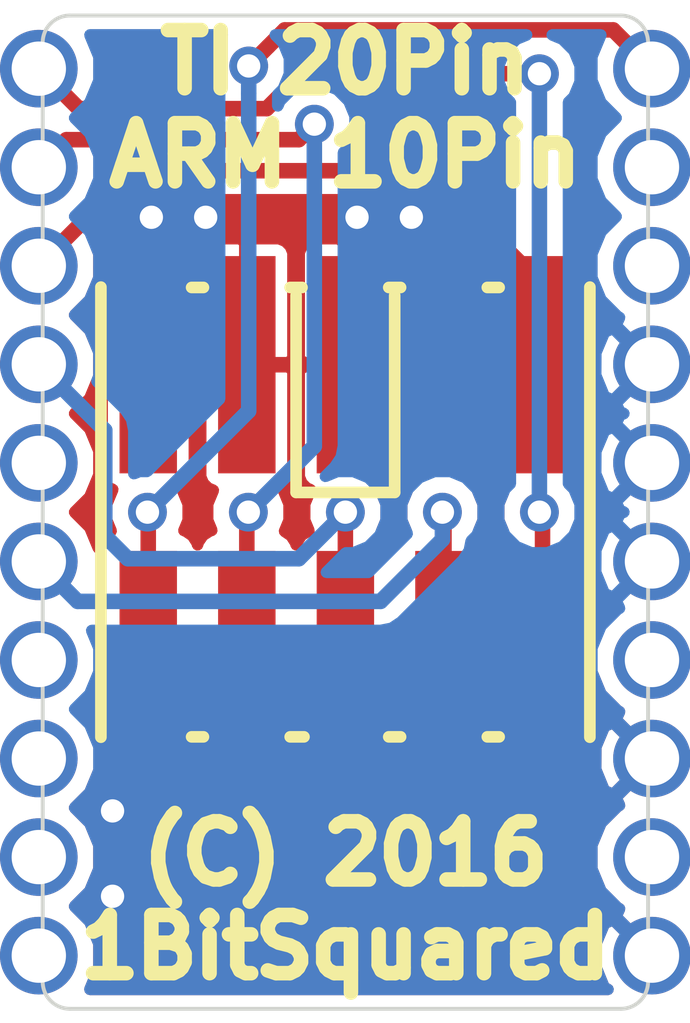
<source format=kicad_pcb>
(kicad_pcb (version 4) (host pcbnew 4.0.2+e4-6225~38~ubuntu14.04.1-stable)

  (general
    (links 20)
    (no_connects 5)
    (area 146.074999 93.574999 153.925001 106.425001)
    (thickness 1.6)
    (drawings 11)
    (tracks 52)
    (zones 0)
    (modules 8)
    (nets 17)
  )

  (page A4)
  (layers
    (0 F.Cu signal)
    (31 B.Cu signal)
    (32 B.Adhes user)
    (33 F.Adhes user)
    (34 B.Paste user)
    (35 F.Paste user)
    (36 B.SilkS user)
    (37 F.SilkS user)
    (38 B.Mask user)
    (39 F.Mask user)
    (40 Dwgs.User user)
    (41 Cmts.User user)
    (42 Eco1.User user)
    (43 Eco2.User user)
    (44 Edge.Cuts user)
    (45 Margin user)
    (46 B.CrtYd user)
    (47 F.CrtYd user)
    (48 B.Fab user)
    (49 F.Fab user)
  )

  (setup
    (last_trace_width 0.2)
    (trace_clearance 0.2)
    (zone_clearance 0.15)
    (zone_45_only no)
    (trace_min 0.2)
    (segment_width 0.05)
    (edge_width 0.05)
    (via_size 0.5)
    (via_drill 0.3)
    (via_min_size 0.5)
    (via_min_drill 0.3)
    (uvia_size 0.3)
    (uvia_drill 0.1)
    (uvias_allowed no)
    (uvia_min_size 0.2)
    (uvia_min_drill 0.1)
    (pcb_text_width 0.3)
    (pcb_text_size 1.5 1.5)
    (mod_edge_width 0.15)
    (mod_text_size 1 1)
    (mod_text_width 0.15)
    (pad_size 0.5 0.5)
    (pad_drill 0.3)
    (pad_to_mask_clearance 0.05)
    (aux_axis_origin 0 0)
    (visible_elements FFFFFF7F)
    (pcbplotparams
      (layerselection 0x01030_80000001)
      (usegerberextensions true)
      (excludeedgelayer true)
      (linewidth 0.100000)
      (plotframeref false)
      (viasonmask false)
      (mode 1)
      (useauxorigin false)
      (hpglpennumber 1)
      (hpglpenspeed 20)
      (hpglpendiameter 15)
      (hpglpenoverlay 2)
      (psnegative false)
      (psa4output false)
      (plotreference true)
      (plotvalue true)
      (plotinvisibletext false)
      (padsonsilk false)
      (subtractmaskfromsilk false)
      (outputformat 1)
      (mirror false)
      (drillshape 0)
      (scaleselection 1)
      (outputdirectory gerber))
  )

  (net 0 "")
  (net 1 /TMS)
  (net 2 /TDI)
  (net 3 /VREF)
  (net 4 /TDO)
  (net 5 GND)
  (net 6 /TCK)
  (net 7 /~RST)
  (net 8 /~TRST)
  (net 9 /EMU1)
  (net 10 /EMU3)
  (net 11 /TDIS/GND)
  (net 12 /KEY)
  (net 13 /RTCK)
  (net 14 /EMU0)
  (net 15 /EMU2)
  (net 16 /EMU4)

  (net_class Default "This is the default net class."
    (clearance 0.2)
    (trace_width 0.2)
    (via_dia 0.5)
    (via_drill 0.3)
    (uvia_dia 0.3)
    (uvia_drill 0.1)
    (add_net /EMU0)
    (add_net /EMU1)
    (add_net /EMU2)
    (add_net /EMU3)
    (add_net /EMU4)
    (add_net /KEY)
    (add_net /RTCK)
    (add_net /TCK)
    (add_net /TDI)
    (add_net /TDIS/GND)
    (add_net /TDO)
    (add_net /TMS)
    (add_net /VREF)
    (add_net /~RST)
    (add_net /~TRST)
    (add_net GND)
  )

  (module pkl_misc:via0305 (layer F.Cu) (tedit 5785F9EE) (tstamp 57860063)
    (at 147 104.95)
    (fp_text reference REF** (at 0 0.35) (layer F.SilkS) hide
      (effects (font (size 0.127 0.127) (thickness 0.03175)))
    )
    (fp_text value via0305 (at 0 -0.35) (layer F.Fab) hide
      (effects (font (size 0.127 0.127) (thickness 0.03175)))
    )
    (pad 1 thru_hole circle (at 0 0) (size 0.5 0.5) (drill 0.3) (layers *.Cu)
      (net 5 GND) (zone_connect 2))
  )

  (module pkl_misc:via0305 (layer F.Cu) (tedit 5785F9EE) (tstamp 5786005F)
    (at 147 103.85)
    (fp_text reference REF** (at 0 0.35) (layer F.SilkS) hide
      (effects (font (size 0.127 0.127) (thickness 0.03175)))
    )
    (fp_text value via0305 (at 0 -0.35) (layer F.Fab) hide
      (effects (font (size 0.127 0.127) (thickness 0.03175)))
    )
    (pad 1 thru_hole circle (at 0 0) (size 0.5 0.5) (drill 0.3) (layers *.Cu)
      (net 5 GND) (zone_connect 2))
  )

  (module pkl_misc:via0305 (layer F.Cu) (tedit 5785F9EE) (tstamp 57860036)
    (at 147.5 96.2)
    (fp_text reference REF** (at 0 0.35) (layer F.SilkS) hide
      (effects (font (size 0.127 0.127) (thickness 0.03175)))
    )
    (fp_text value via0305 (at 0 -0.35) (layer F.Fab) hide
      (effects (font (size 0.127 0.127) (thickness 0.03175)))
    )
    (pad 1 thru_hole circle (at 0 0) (size 0.5 0.5) (drill 0.3) (layers *.Cu)
      (net 5 GND) (zone_connect 2))
  )

  (module pkl_misc:via0305 (layer F.Cu) (tedit 5785F9EE) (tstamp 57860032)
    (at 148.2 96.2)
    (fp_text reference REF** (at 0 0.35) (layer F.SilkS) hide
      (effects (font (size 0.127 0.127) (thickness 0.03175)))
    )
    (fp_text value via0305 (at 0 -0.35) (layer F.Fab) hide
      (effects (font (size 0.127 0.127) (thickness 0.03175)))
    )
    (pad 1 thru_hole circle (at 0 0) (size 0.5 0.5) (drill 0.3) (layers *.Cu)
      (net 5 GND) (zone_connect 2))
  )

  (module pkl_misc:via0305 (layer F.Cu) (tedit 5785F9EE) (tstamp 5786002E)
    (at 150.15 96.2)
    (fp_text reference REF** (at 0 0.35) (layer F.SilkS) hide
      (effects (font (size 0.127 0.127) (thickness 0.03175)))
    )
    (fp_text value via0305 (at 0 -0.35) (layer F.Fab) hide
      (effects (font (size 0.127 0.127) (thickness 0.03175)))
    )
    (pad 1 thru_hole circle (at 0 0) (size 0.5 0.5) (drill 0.3) (layers *.Cu)
      (net 5 GND) (zone_connect 2))
  )

  (module pkl_misc:ti_20pin_50mil_jtag_smd (layer F.Cu) (tedit 5785EE9C) (tstamp 5785EA96)
    (at 150 100)
    (path /57858C7E)
    (fp_text reference P1 (at 0 7.5) (layer F.Fab) hide
      (effects (font (size 1 1) (thickness 0.15)))
    )
    (fp_text value CONN_02X10 (at 0 -7.5) (layer F.Fab) hide
      (effects (font (size 1 1) (thickness 0.15)))
    )
    (fp_line (start -3.95 6.35) (end -3.95 -6.35) (layer F.Fab) (width 0.1))
    (fp_line (start 3.95 -6.35) (end 3.95 6.35) (layer F.Fab) (width 0.1))
    (fp_line (start 4.05 6.35) (end -4.05 6.35) (layer F.Fab) (width 0.2))
    (fp_line (start -4.05 -6.35) (end 4.05 -6.35) (layer F.Fab) (width 0.2))
    (fp_line (start 4.05 6.35) (end 4.05 -6.35) (layer F.Fab) (width 0.2))
    (fp_line (start -4.05 -6.35) (end -4.05 6.35) (layer F.Fab) (width 0.2))
    (fp_line (start -1.25 6.35) (end -1.25 -6.35) (layer F.Fab) (width 0.2))
    (fp_line (start 1.25 -6.35) (end 1.25 6.35) (layer F.Fab) (width 0.2))
    (pad 1 thru_hole circle (at -3.95 -5.715) (size 1 1) (drill 0.7) (layers *.Cu *.Mask)
      (net 1 /TMS))
    (pad 2 thru_hole circle (at 3.95 -5.715) (size 1 1) (drill 0.7) (layers *.Cu *.Mask)
      (net 8 /~TRST))
    (pad 3 thru_hole circle (at -3.95 -4.445) (size 1 1) (drill 0.7) (layers *.Cu *.Mask)
      (net 2 /TDI))
    (pad 4 thru_hole circle (at 3.95 -4.445) (size 1 1) (drill 0.7) (layers *.Cu *.Mask)
      (net 11 /TDIS/GND))
    (pad 5 thru_hole circle (at -3.95 -3.175) (size 1 1) (drill 0.7) (layers *.Cu *.Mask)
      (net 3 /VREF))
    (pad 6 thru_hole circle (at 3.95 -3.175) (size 1 1) (drill 0.7) (layers *.Cu *.Mask)
      (net 12 /KEY))
    (pad 7 thru_hole circle (at -3.95 -1.905) (size 1 1) (drill 0.7) (layers *.Cu *.Mask)
      (net 4 /TDO))
    (pad 8 thru_hole circle (at 3.95 -1.905) (size 1 1) (drill 0.7) (layers *.Cu *.Mask)
      (net 5 GND))
    (pad 9 thru_hole circle (at -3.95 -0.635) (size 1 1) (drill 0.7) (layers *.Cu *.Mask)
      (net 13 /RTCK))
    (pad 10 thru_hole circle (at 3.95 -0.635) (size 1 1) (drill 0.7) (layers *.Cu *.Mask)
      (net 5 GND))
    (pad 11 thru_hole circle (at -3.95 0.635) (size 1 1) (drill 0.7) (layers *.Cu *.Mask)
      (net 6 /TCK))
    (pad 12 thru_hole circle (at 3.95 0.635) (size 1 1) (drill 0.7) (layers *.Cu *.Mask)
      (net 5 GND))
    (pad 13 thru_hole circle (at -3.95 1.905) (size 1 1) (drill 0.7) (layers *.Cu *.Mask)
      (net 14 /EMU0))
    (pad 14 thru_hole circle (at 3.95 1.905) (size 1 1) (drill 0.7) (layers *.Cu *.Mask)
      (net 9 /EMU1))
    (pad 15 thru_hole circle (at -3.95 3.175) (size 1 1) (drill 0.7) (layers *.Cu *.Mask)
      (net 7 /~RST))
    (pad 16 thru_hole circle (at 3.95 3.175) (size 1 1) (drill 0.7) (layers *.Cu *.Mask)
      (net 5 GND))
    (pad 17 thru_hole circle (at -3.95 4.445) (size 1 1) (drill 0.7) (layers *.Cu *.Mask)
      (net 15 /EMU2))
    (pad 18 thru_hole circle (at 3.95 4.445) (size 1 1) (drill 0.7) (layers *.Cu *.Mask)
      (net 10 /EMU3))
    (pad 19 thru_hole circle (at -3.95 5.715) (size 1 1) (drill 0.7) (layers *.Cu *.Mask)
      (net 16 /EMU4))
    (pad 20 thru_hole circle (at 3.95 5.715) (size 1 1) (drill 0.7) (layers *.Cu *.Mask)
      (net 5 GND))
  )

  (module pkl_samtec:FTSH-105-XX-X-DV (layer F.Cu) (tedit 5785EE99) (tstamp 5785EAB5)
    (at 150 100)
    (path /5785F757)
    (fp_text reference X1 (at -4.1 0 90) (layer F.Fab) hide
      (effects (font (size 1 1) (thickness 0.15)))
    )
    (fp_text value JTAG-10 (at 4.2 0 90) (layer F.Fab) hide
      (effects (font (size 1 1) (thickness 0.15)))
    )
    (fp_line (start -3.3 -3.05) (end 3.3 -3.05) (layer F.CrtYd) (width 0.05))
    (fp_line (start -3.3 3.05) (end -3.3 -3.05) (layer F.CrtYd) (width 0.05))
    (fp_line (start 3.3 3.05) (end -3.3 3.05) (layer F.CrtYd) (width 0.05))
    (fp_line (start 3.3 -3.05) (end 3.3 3.05) (layer F.CrtYd) (width 0.05))
    (fp_line (start -0.635 -0.254) (end -0.635 -2.794) (layer F.SilkS) (width 0.15))
    (fp_line (start 0.635 -0.254) (end -0.635 -0.254) (layer F.SilkS) (width 0.15))
    (fp_line (start 0.635 -2.794) (end 0.635 -0.254) (layer F.SilkS) (width 0.15))
    (fp_line (start 1.8288 2.8956) (end 1.9812 2.8956) (layer F.SilkS) (width 0.15))
    (fp_line (start 0.5588 2.8956) (end 0.7112 2.8956) (layer F.SilkS) (width 0.15))
    (fp_line (start -0.7112 2.8956) (end -0.5334 2.8956) (layer F.SilkS) (width 0.15))
    (fp_line (start -1.9812 2.8956) (end -1.8288 2.8956) (layer F.SilkS) (width 0.15))
    (fp_line (start -1.8288 -2.8956) (end -1.9812 -2.8956) (layer F.SilkS) (width 0.15))
    (fp_line (start -0.5588 -2.8956) (end -0.7112 -2.8956) (layer F.SilkS) (width 0.15))
    (fp_line (start 0.7112 -2.8956) (end 0.5588 -2.8956) (layer F.SilkS) (width 0.15))
    (fp_line (start 1.9812 -2.8956) (end 1.8288 -2.8956) (layer F.SilkS) (width 0.15))
    (fp_line (start 3.15 2.9) (end 3.15 -2.9) (layer F.SilkS) (width 0.15))
    (fp_line (start -3.15 2.9) (end -3.15 -2.9) (layer F.SilkS) (width 0.15))
    (pad 1 smd rect (at 2.54 -1.9 180) (size 0.74 2.8) (layers F.Cu F.Paste F.Mask)
      (net 3 /VREF))
    (pad 2 smd rect (at 2.54 1.9 180) (size 0.74 2.8) (layers F.Cu F.Paste F.Mask)
      (net 1 /TMS))
    (pad 3 smd rect (at 1.27 -1.9 180) (size 0.74 2.8) (layers F.Cu F.Paste F.Mask)
      (net 5 GND))
    (pad 4 smd rect (at 1.27 1.9 180) (size 0.74 2.8) (layers F.Cu F.Paste F.Mask)
      (net 6 /TCK))
    (pad 5 smd rect (at 0 -1.9 180) (size 0.74 2.8) (layers F.Cu F.Paste F.Mask)
      (net 5 GND))
    (pad 6 smd rect (at 0 1.9 180) (size 0.74 2.8) (layers F.Cu F.Paste F.Mask)
      (net 4 /TDO))
    (pad 7 smd rect (at -1.27 -1.9 180) (size 0.74 2.8) (layers F.Cu F.Paste F.Mask)
      (net 5 GND))
    (pad 8 smd rect (at -1.27 1.9 180) (size 0.74 2.8) (layers F.Cu F.Paste F.Mask)
      (net 2 /TDI))
    (pad 9 smd rect (at -2.54 -1.9 180) (size 0.74 2.8) (layers F.Cu F.Paste F.Mask)
      (net 5 GND))
    (pad 10 smd rect (at -2.54 1.9 180) (size 0.74 2.8) (layers F.Cu F.Paste F.Mask)
      (net 8 /~TRST))
    (model walter/conn_ftsh/FTSH-105-01-L-DV.wrl
      (at (xyz 0 0 0))
      (scale (xyz 1 1 1))
      (rotate (xyz 0 0 0))
    )
  )

  (module pkl_misc:via0305 (layer F.Cu) (tedit 5785F9EE) (tstamp 57860018)
    (at 150.85 96.2)
    (fp_text reference REF** (at 0 0.35) (layer F.SilkS) hide
      (effects (font (size 0.127 0.127) (thickness 0.03175)))
    )
    (fp_text value via0305 (at 0 -0.35) (layer F.Fab) hide
      (effects (font (size 0.127 0.127) (thickness 0.03175)))
    )
    (pad 1 thru_hole circle (at 0 0) (size 0.5 0.5) (drill 0.3) (layers *.Cu)
      (net 5 GND) (zone_connect 2))
  )

  (gr_text "(C) 2016\n1BitSquared" (at 150 105) (layer F.SilkS) (tstamp 5785FE3B)
    (effects (font (size 0.75 0.75) (thickness 0.1875)))
  )
  (gr_text "ARM 10Pin" (at 150 95.4) (layer F.SilkS) (tstamp 5785FE33)
    (effects (font (size 0.75 0.75) (thickness 0.1875)))
  )
  (gr_text "TI 20Pin" (at 150 94.2) (layer F.SilkS)
    (effects (font (size 0.75 0.75) (thickness 0.1875)))
  )
  (gr_line (start 146.45 106.4) (end 153.55 106.4) (layer Edge.Cuts) (width 0.05))
  (gr_line (start 146.45 93.6) (end 153.55 93.6) (layer Edge.Cuts) (width 0.05))
  (gr_arc (start 153.55 93.95) (end 153.55 93.6) (angle 90) (layer Edge.Cuts) (width 0.05))
  (gr_arc (start 146.45 93.95) (end 146.1 93.95) (angle 90) (layer Edge.Cuts) (width 0.05))
  (gr_arc (start 153.55 106.05) (end 153.9 106.05) (angle 90) (layer Edge.Cuts) (width 0.05))
  (gr_line (start 153.9 106.05) (end 153.9 93.95) (layer Edge.Cuts) (width 0.05))
  (gr_arc (start 146.45 106.05) (end 146.45 106.4) (angle 90) (layer Edge.Cuts) (width 0.05))
  (gr_line (start 146.1 93.95) (end 146.1 106.05) (layer Edge.Cuts) (width 0.05))

  (segment (start 146.05 94.285) (end 146.564978 94.799978) (width 0.2) (layer F.Cu) (net 1))
  (segment (start 152.146445 94.35) (end 152.499998 94.35) (width 0.2) (layer F.Cu) (net 1))
  (segment (start 146.564978 94.799978) (end 148.986018 94.799978) (width 0.2) (layer F.Cu) (net 1))
  (segment (start 149.435996 94.35) (end 152.146445 94.35) (width 0.2) (layer F.Cu) (net 1))
  (segment (start 148.986018 94.799978) (end 149.435996 94.35) (width 0.2) (layer F.Cu) (net 1))
  (segment (start 152.5 94.350002) (end 152.499998 94.35) (width 0.2) (layer B.Cu) (net 1))
  (segment (start 152.5 100) (end 152.5 94.350002) (width 0.2) (layer B.Cu) (net 1))
  (via (at 152.499998 94.35) (size 0.5) (drill 0.3) (layers F.Cu B.Cu) (net 1))
  (segment (start 152.54 101.9) (end 152.54 100.04) (width 0.2) (layer F.Cu) (net 1))
  (segment (start 152.54 100.04) (end 152.5 100) (width 0.2) (layer F.Cu) (net 1))
  (via (at 152.5 100) (size 0.5) (drill 0.3) (layers F.Cu B.Cu) (net 1))
  (segment (start 146.405011 95.199989) (end 149.400011 95.199989) (width 0.2) (layer F.Cu) (net 2))
  (segment (start 149.400011 95.199989) (end 149.6 95) (width 0.2) (layer F.Cu) (net 2))
  (segment (start 146.05 95.555) (end 146.405011 95.199989) (width 0.2) (layer F.Cu) (net 2))
  (segment (start 149.6 99.15) (end 149.6 95.353553) (width 0.2) (layer B.Cu) (net 2))
  (segment (start 148.75 100) (end 149.6 99.15) (width 0.2) (layer B.Cu) (net 2))
  (segment (start 149.6 95.353553) (end 149.6 95) (width 0.2) (layer B.Cu) (net 2))
  (via (at 149.6 95) (size 0.5) (drill 0.3) (layers F.Cu B.Cu) (net 2))
  (segment (start 148.73 101.9) (end 148.73 100.02) (width 0.2) (layer F.Cu) (net 2))
  (segment (start 148.73 100.02) (end 148.75 100) (width 0.2) (layer F.Cu) (net 2))
  (via (at 148.75 100) (size 0.5) (drill 0.3) (layers F.Cu B.Cu) (net 2))
  (segment (start 152.54 98.1) (end 152.54 97.075998) (width 0.2) (layer F.Cu) (net 3))
  (segment (start 152.54 97.075998) (end 151.064002 95.6) (width 0.2) (layer F.Cu) (net 3))
  (segment (start 147.275 95.6) (end 146.05 96.825) (width 0.2) (layer F.Cu) (net 3))
  (segment (start 151.064002 95.6) (end 147.275 95.6) (width 0.2) (layer F.Cu) (net 3))
  (segment (start 146.05 98.095) (end 146.9 98.945) (width 0.2) (layer B.Cu) (net 4))
  (segment (start 146.9 98.945) (end 146.9 100.303553) (width 0.2) (layer B.Cu) (net 4))
  (segment (start 146.9 100.303553) (end 147.196447 100.6) (width 0.2) (layer B.Cu) (net 4))
  (segment (start 147.196447 100.6) (end 149.4 100.6) (width 0.2) (layer B.Cu) (net 4))
  (segment (start 149.4 100.6) (end 149.750001 100.249999) (width 0.2) (layer B.Cu) (net 4))
  (segment (start 149.750001 100.249999) (end 150 100) (width 0.2) (layer B.Cu) (net 4))
  (segment (start 150 101.9) (end 150 100) (width 0.2) (layer F.Cu) (net 4))
  (via (at 150 100) (size 0.5) (drill 0.3) (layers F.Cu B.Cu) (net 4))
  (segment (start 151.25 100) (end 151.25 100.353553) (width 0.2) (layer B.Cu) (net 6))
  (segment (start 151.25 100.353553) (end 150.453553 101.15) (width 0.2) (layer B.Cu) (net 6))
  (segment (start 150.453553 101.15) (end 146.55 101.15) (width 0.2) (layer B.Cu) (net 6))
  (segment (start 146.55 101.15) (end 146.05 100.65) (width 0.2) (layer B.Cu) (net 6))
  (segment (start 146.05 100.65) (end 146.05 100.635) (width 0.2) (layer B.Cu) (net 6))
  (segment (start 151.27 101.9) (end 151.27 100.02) (width 0.2) (layer F.Cu) (net 6))
  (segment (start 151.27 100.02) (end 151.25 100) (width 0.2) (layer F.Cu) (net 6))
  (via (at 151.25 100) (size 0.5) (drill 0.3) (layers F.Cu B.Cu) (net 6))
  (segment (start 148.754075 94.603511) (end 148.754075 94.249958) (width 0.2) (layer B.Cu) (net 8))
  (segment (start 149.004074 93.999959) (end 148.754075 94.249958) (width 0.2) (layer F.Cu) (net 8))
  (segment (start 149.219032 93.785001) (end 149.004074 93.999959) (width 0.2) (layer F.Cu) (net 8))
  (segment (start 153.450001 93.785001) (end 149.219032 93.785001) (width 0.2) (layer F.Cu) (net 8))
  (segment (start 147.45002 100) (end 148.754075 98.695945) (width 0.2) (layer B.Cu) (net 8))
  (segment (start 148.754075 98.695945) (end 148.754075 94.603511) (width 0.2) (layer B.Cu) (net 8))
  (segment (start 153.95 94.285) (end 153.450001 93.785001) (width 0.2) (layer F.Cu) (net 8))
  (via (at 148.754075 94.249958) (size 0.5) (drill 0.3) (layers F.Cu B.Cu) (net 8))
  (segment (start 147.46 100.00998) (end 147.45002 100) (width 0.2) (layer F.Cu) (net 8))
  (segment (start 147.46 101.9) (end 147.46 100.00998) (width 0.2) (layer F.Cu) (net 8))
  (via (at 147.45002 100) (size 0.5) (drill 0.3) (layers F.Cu B.Cu) (net 8))

  (zone (net 5) (net_name GND) (layer F.Cu) (tstamp 0) (hatch edge 0.508)
    (connect_pads (clearance 0.15))
    (min_thickness 0.15)
    (fill yes (arc_segments 16) (thermal_gap 0.15) (thermal_bridge_width 0.2))
    (polygon
      (pts
        (xy 146.1 93.4) (xy 153.9 93.4) (xy 153.9 106.6) (xy 146.1 106.6)
      )
    )
    (filled_polygon
      (pts
        (xy 153.292604 102.343429) (xy 153.510425 102.56163) (xy 153.532304 102.570715) (xy 153.48508 102.674725) (xy 153.65 102.839645)
        (xy 153.65 102.910355) (xy 153.449725 102.71008) (xy 153.337619 102.76098) (xy 153.225795 103.026844) (xy 153.224226 103.315263)
        (xy 153.333148 103.582327) (xy 153.337619 103.58902) (xy 153.449725 103.63992) (xy 153.65 103.439645) (xy 153.65 103.510355)
        (xy 153.48508 103.675275) (xy 153.532209 103.779076) (xy 153.511571 103.787604) (xy 153.29337 104.005425) (xy 153.175135 104.290167)
        (xy 153.174866 104.598481) (xy 153.292604 104.883429) (xy 153.510425 105.10163) (xy 153.532304 105.110715) (xy 153.48508 105.214725)
        (xy 153.65 105.379645) (xy 153.65 105.450355) (xy 153.449725 105.25008) (xy 153.337619 105.30098) (xy 153.225795 105.566844)
        (xy 153.224226 105.855263) (xy 153.333148 106.122327) (xy 153.337619 106.12902) (xy 153.383827 106.15) (xy 146.70853 106.15)
        (xy 146.824865 105.869833) (xy 146.825134 105.561519) (xy 146.707396 105.276571) (xy 146.511016 105.079848) (xy 146.70663 104.884575)
        (xy 146.824865 104.599833) (xy 146.825134 104.291519) (xy 146.707396 104.006571) (xy 146.511016 103.809848) (xy 146.70663 103.614575)
        (xy 146.818232 103.345807) (xy 146.828788 103.401909) (xy 146.889016 103.495506) (xy 146.980914 103.558296) (xy 147.09 103.580387)
        (xy 147.83 103.580387) (xy 147.931909 103.561212) (xy 148.025506 103.500984) (xy 148.088296 103.409086) (xy 148.094435 103.378773)
        (xy 148.098788 103.401909) (xy 148.159016 103.495506) (xy 148.250914 103.558296) (xy 148.36 103.580387) (xy 149.1 103.580387)
        (xy 149.201909 103.561212) (xy 149.295506 103.500984) (xy 149.358296 103.409086) (xy 149.364435 103.378773) (xy 149.368788 103.401909)
        (xy 149.429016 103.495506) (xy 149.520914 103.558296) (xy 149.63 103.580387) (xy 150.37 103.580387) (xy 150.471909 103.561212)
        (xy 150.565506 103.500984) (xy 150.628296 103.409086) (xy 150.634435 103.378773) (xy 150.638788 103.401909) (xy 150.699016 103.495506)
        (xy 150.790914 103.558296) (xy 150.9 103.580387) (xy 151.64 103.580387) (xy 151.741909 103.561212) (xy 151.835506 103.500984)
        (xy 151.898296 103.409086) (xy 151.904435 103.378773) (xy 151.908788 103.401909) (xy 151.969016 103.495506) (xy 152.060914 103.558296)
        (xy 152.17 103.580387) (xy 152.91 103.580387) (xy 153.011909 103.561212) (xy 153.105506 103.500984) (xy 153.168296 103.409086)
        (xy 153.190387 103.3) (xy 153.190387 102.096045)
      )
    )
    (filled_polygon
      (pts
        (xy 151.408672 96.475) (xy 151.35125 96.475) (xy 151.295 96.53125) (xy 151.295 98.075) (xy 151.80875 98.075)
        (xy 151.865 98.01875) (xy 151.865 96.931328) (xy 151.889613 96.955941) (xy 151.889613 99.5) (xy 151.908788 99.601909)
        (xy 151.969016 99.695506) (xy 152.038314 99.742855) (xy 151.975092 99.895113) (xy 151.974909 100.103971) (xy 152.038486 100.257838)
        (xy 151.974494 100.299016) (xy 151.911704 100.390914) (xy 151.905565 100.421227) (xy 151.901212 100.398091) (xy 151.840984 100.304494)
        (xy 151.749086 100.241704) (xy 151.720501 100.235915) (xy 151.774908 100.104887) (xy 151.775091 99.896029) (xy 151.701549 99.718044)
        (xy 151.767452 99.690746) (xy 151.830746 99.627452) (xy 151.865 99.544756) (xy 151.865 98.18125) (xy 151.80875 98.125)
        (xy 151.295 98.125) (xy 151.295 98.145) (xy 151.245 98.145) (xy 151.245 98.125) (xy 150.73125 98.125)
        (xy 150.675 98.18125) (xy 150.675 99.544756) (xy 150.709254 99.627452) (xy 150.772548 99.690746) (xy 150.804463 99.703965)
        (xy 150.725092 99.895113) (xy 150.724909 100.103971) (xy 150.784285 100.247672) (xy 150.704494 100.299016) (xy 150.641704 100.390914)
        (xy 150.635565 100.421227) (xy 150.631212 100.398091) (xy 150.570984 100.304494) (xy 150.479086 100.241704) (xy 150.46895 100.239651)
        (xy 150.524908 100.104887) (xy 150.525091 99.896029) (xy 150.448626 99.71097) (xy 150.497452 99.690746) (xy 150.560746 99.627452)
        (xy 150.595 99.544756) (xy 150.595 98.18125) (xy 150.53875 98.125) (xy 150.025 98.125) (xy 150.025 98.145)
        (xy 149.975 98.145) (xy 149.975 98.125) (xy 149.46125 98.125) (xy 149.405 98.18125) (xy 149.405 99.544756)
        (xy 149.439254 99.627452) (xy 149.502548 99.690746) (xy 149.551527 99.711034) (xy 149.475092 99.895113) (xy 149.474909 100.103971)
        (xy 149.530432 100.238347) (xy 149.528091 100.238788) (xy 149.434494 100.299016) (xy 149.371704 100.390914) (xy 149.365565 100.421227)
        (xy 149.361212 100.398091) (xy 149.300984 100.304494) (xy 149.216106 100.2465) (xy 149.274908 100.104887) (xy 149.275091 99.896029)
        (xy 149.195703 99.703897) (xy 149.227452 99.690746) (xy 149.290746 99.627452) (xy 149.325 99.544756) (xy 149.325 98.18125)
        (xy 149.26875 98.125) (xy 148.755 98.125) (xy 148.755 98.145) (xy 148.705 98.145) (xy 148.705 98.125)
        (xy 148.19125 98.125) (xy 148.135 98.18125) (xy 148.135 99.544756) (xy 148.169254 99.627452) (xy 148.232548 99.690746)
        (xy 148.298592 99.718102) (xy 148.225092 99.895113) (xy 148.224909 100.103971) (xy 148.27899 100.234856) (xy 148.258091 100.238788)
        (xy 148.164494 100.299016) (xy 148.101704 100.390914) (xy 148.095565 100.421227) (xy 148.091212 100.398091) (xy 148.030984 100.304494)
        (xy 147.939086 100.241704) (xy 147.919744 100.237787) (xy 147.974928 100.104887) (xy 147.975111 99.896029) (xy 147.900105 99.7145)
        (xy 147.957452 99.690746) (xy 148.020746 99.627452) (xy 148.055 99.544756) (xy 148.055 98.18125) (xy 147.99875 98.125)
        (xy 147.485 98.125) (xy 147.485 98.145) (xy 147.435 98.145) (xy 147.435 98.125) (xy 146.92125 98.125)
        (xy 146.865 98.18125) (xy 146.865 99.544756) (xy 146.899254 99.627452) (xy 146.962548 99.690746) (xy 147.003012 99.707507)
        (xy 146.925112 99.895113) (xy 146.924929 100.103971) (xy 146.9822 100.242578) (xy 146.894494 100.299016) (xy 146.831704 100.390914)
        (xy 146.81723 100.462389) (xy 146.707396 100.196571) (xy 146.511016 99.999848) (xy 146.70663 99.804575) (xy 146.824865 99.519833)
        (xy 146.825134 99.211519) (xy 146.707396 98.926571) (xy 146.511016 98.729848) (xy 146.70663 98.534575) (xy 146.824865 98.249833)
        (xy 146.825134 97.941519) (xy 146.707396 97.656571) (xy 146.511016 97.459848) (xy 146.70663 97.264575) (xy 146.824865 96.979833)
        (xy 146.825134 96.671519) (xy 146.81841 96.655244) (xy 146.865 96.655244) (xy 146.865 98.01875) (xy 146.92125 98.075)
        (xy 147.435 98.075) (xy 147.435 96.53125) (xy 147.485 96.53125) (xy 147.485 98.075) (xy 147.99875 98.075)
        (xy 148.055 98.01875) (xy 148.055 96.655244) (xy 148.135 96.655244) (xy 148.135 98.01875) (xy 148.19125 98.075)
        (xy 148.705 98.075) (xy 148.705 96.53125) (xy 148.755 96.53125) (xy 148.755 98.075) (xy 149.26875 98.075)
        (xy 149.325 98.01875) (xy 149.325 96.655244) (xy 149.405 96.655244) (xy 149.405 98.01875) (xy 149.46125 98.075)
        (xy 149.975 98.075) (xy 149.975 96.53125) (xy 150.025 96.53125) (xy 150.025 98.075) (xy 150.53875 98.075)
        (xy 150.595 98.01875) (xy 150.595 96.655244) (xy 150.675 96.655244) (xy 150.675 98.01875) (xy 150.73125 98.075)
        (xy 151.245 98.075) (xy 151.245 96.53125) (xy 151.18875 96.475) (xy 150.855245 96.475) (xy 150.772548 96.509254)
        (xy 150.709254 96.572548) (xy 150.675 96.655244) (xy 150.595 96.655244) (xy 150.560746 96.572548) (xy 150.497452 96.509254)
        (xy 150.414755 96.475) (xy 150.08125 96.475) (xy 150.025 96.53125) (xy 149.975 96.53125) (xy 149.91875 96.475)
        (xy 149.585245 96.475) (xy 149.502548 96.509254) (xy 149.439254 96.572548) (xy 149.405 96.655244) (xy 149.325 96.655244)
        (xy 149.290746 96.572548) (xy 149.227452 96.509254) (xy 149.144755 96.475) (xy 148.81125 96.475) (xy 148.755 96.53125)
        (xy 148.705 96.53125) (xy 148.64875 96.475) (xy 148.315245 96.475) (xy 148.232548 96.509254) (xy 148.169254 96.572548)
        (xy 148.135 96.655244) (xy 148.055 96.655244) (xy 148.020746 96.572548) (xy 147.957452 96.509254) (xy 147.874755 96.475)
        (xy 147.54125 96.475) (xy 147.485 96.53125) (xy 147.435 96.53125) (xy 147.37875 96.475) (xy 147.045245 96.475)
        (xy 146.962548 96.509254) (xy 146.899254 96.572548) (xy 146.865 96.655244) (xy 146.81841 96.655244) (xy 146.798433 96.606897)
        (xy 147.43033 95.975) (xy 150.908672 95.975)
      )
    )
  )
  (zone (net 5) (net_name GND) (layer B.Cu) (tstamp 5785FE71) (hatch edge 0.508)
    (connect_pads (clearance 0.15))
    (min_thickness 0.15)
    (fill yes (arc_segments 16) (thermal_gap 0.15) (thermal_bridge_width 0.2))
    (polygon
      (pts
        (xy 146.1 93.4) (xy 153.9 93.4) (xy 153.9 106.6) (xy 146.1 106.6)
      )
    )
    (filled_polygon
      (pts
        (xy 152.202998 93.904667) (xy 152.055184 94.052223) (xy 151.97509 94.245113) (xy 151.974907 94.453971) (xy 152.054665 94.647)
        (xy 152.125 94.717458) (xy 152.125 99.632531) (xy 152.055186 99.702223) (xy 151.975092 99.895113) (xy 151.974909 100.103971)
        (xy 152.054667 100.297) (xy 152.202223 100.444814) (xy 152.395113 100.524908) (xy 152.603971 100.525091) (xy 152.797 100.445333)
        (xy 152.944814 100.297777) (xy 153.024908 100.104887) (xy 153.025091 99.896029) (xy 152.945333 99.703) (xy 152.875 99.632544)
        (xy 152.875 94.717467) (xy 152.944812 94.647777) (xy 153.024906 94.454887) (xy 153.025089 94.246029) (xy 152.945331 94.053)
        (xy 152.797775 93.905186) (xy 152.664871 93.85) (xy 153.29147 93.85) (xy 153.175135 94.130167) (xy 153.174866 94.438481)
        (xy 153.292604 94.723429) (xy 153.488984 94.920152) (xy 153.29337 95.115425) (xy 153.175135 95.400167) (xy 153.174866 95.708481)
        (xy 153.292604 95.993429) (xy 153.488984 96.190152) (xy 153.29337 96.385425) (xy 153.175135 96.670167) (xy 153.174866 96.978481)
        (xy 153.292604 97.263429) (xy 153.510425 97.48163) (xy 153.532304 97.490715) (xy 153.48508 97.594725) (xy 153.65 97.759645)
        (xy 153.65 97.830355) (xy 153.449725 97.63008) (xy 153.337619 97.68098) (xy 153.225795 97.946844) (xy 153.224226 98.235263)
        (xy 153.333148 98.502327) (xy 153.337619 98.50902) (xy 153.449725 98.55992) (xy 153.65 98.359645) (xy 153.65 98.430355)
        (xy 153.48508 98.595275) (xy 153.53598 98.707381) (xy 153.588483 98.729464) (xy 153.542673 98.748148) (xy 153.53598 98.752619)
        (xy 153.48508 98.864725) (xy 153.65 99.029645) (xy 153.65 99.100355) (xy 153.449725 98.90008) (xy 153.337619 98.95098)
        (xy 153.225795 99.216844) (xy 153.224226 99.505263) (xy 153.333148 99.772327) (xy 153.337619 99.77902) (xy 153.449725 99.82992)
        (xy 153.65 99.629645) (xy 153.65 99.700355) (xy 153.48508 99.865275) (xy 153.53598 99.977381) (xy 153.588483 99.999464)
        (xy 153.542673 100.018148) (xy 153.53598 100.022619) (xy 153.48508 100.134725) (xy 153.65 100.299645) (xy 153.65 100.370355)
        (xy 153.449725 100.17008) (xy 153.337619 100.22098) (xy 153.225795 100.486844) (xy 153.224226 100.775263) (xy 153.333148 101.042327)
        (xy 153.337619 101.04902) (xy 153.449725 101.09992) (xy 153.65 100.899645) (xy 153.65 100.970355) (xy 153.48508 101.135275)
        (xy 153.532209 101.239076) (xy 153.511571 101.247604) (xy 153.29337 101.465425) (xy 153.175135 101.750167) (xy 153.174866 102.058481)
        (xy 153.292604 102.343429) (xy 153.510425 102.56163) (xy 153.532304 102.570715) (xy 153.48508 102.674725) (xy 153.65 102.839645)
        (xy 153.65 102.910355) (xy 153.449725 102.71008) (xy 153.337619 102.76098) (xy 153.225795 103.026844) (xy 153.224226 103.315263)
        (xy 153.333148 103.582327) (xy 153.337619 103.58902) (xy 153.449725 103.63992) (xy 153.65 103.439645) (xy 153.65 103.510355)
        (xy 153.48508 103.675275) (xy 153.532209 103.779076) (xy 153.511571 103.787604) (xy 153.29337 104.005425) (xy 153.175135 104.290167)
        (xy 153.174866 104.598481) (xy 153.292604 104.883429) (xy 153.510425 105.10163) (xy 153.532304 105.110715) (xy 153.48508 105.214725)
        (xy 153.65 105.379645) (xy 153.65 105.450355) (xy 153.449725 105.25008) (xy 153.337619 105.30098) (xy 153.225795 105.566844)
        (xy 153.224226 105.855263) (xy 153.333148 106.122327) (xy 153.337619 106.12902) (xy 153.383827 106.15) (xy 146.70853 106.15)
        (xy 146.824865 105.869833) (xy 146.825134 105.561519) (xy 146.707396 105.276571) (xy 146.511016 105.079848) (xy 146.70663 104.884575)
        (xy 146.824865 104.599833) (xy 146.825134 104.291519) (xy 146.707396 104.006571) (xy 146.511016 103.809848) (xy 146.70663 103.614575)
        (xy 146.824865 103.329833) (xy 146.825134 103.021519) (xy 146.707396 102.736571) (xy 146.511016 102.539848) (xy 146.70663 102.344575)
        (xy 146.824865 102.059833) (xy 146.825134 101.751519) (xy 146.731538 101.525) (xy 150.453553 101.525) (xy 150.59706 101.496455)
        (xy 150.718718 101.415165) (xy 151.515165 100.618718) (xy 151.596455 100.49706) (xy 151.621546 100.370917) (xy 151.694814 100.297777)
        (xy 151.774908 100.104887) (xy 151.775091 99.896029) (xy 151.695333 99.703) (xy 151.547777 99.555186) (xy 151.354887 99.475092)
        (xy 151.146029 99.474909) (xy 150.953 99.554667) (xy 150.805186 99.702223) (xy 150.725092 99.895113) (xy 150.724909 100.103971)
        (xy 150.79635 100.276873) (xy 150.298223 100.775) (xy 149.75533 100.775) (xy 150.005325 100.525005) (xy 150.103971 100.525091)
        (xy 150.297 100.445333) (xy 150.444814 100.297777) (xy 150.524908 100.104887) (xy 150.525091 99.896029) (xy 150.445333 99.703)
        (xy 150.297777 99.555186) (xy 150.104887 99.475092) (xy 149.896029 99.474909) (xy 149.741621 99.538709) (xy 149.865165 99.415165)
        (xy 149.946455 99.293506) (xy 149.975 99.15) (xy 149.975 95.367469) (xy 150.044814 95.297777) (xy 150.124908 95.104887)
        (xy 150.125091 94.896029) (xy 150.045333 94.703) (xy 149.897777 94.555186) (xy 149.704887 94.475092) (xy 149.496029 94.474909)
        (xy 149.303 94.554667) (xy 149.155186 94.702223) (xy 149.129075 94.765106) (xy 149.129075 94.617427) (xy 149.198889 94.547735)
        (xy 149.278983 94.354845) (xy 149.279166 94.145987) (xy 149.199408 93.952958) (xy 149.09663 93.85) (xy 152.335302 93.85)
      )
    )
    (filled_polygon
      (pts
        (xy 148.309261 93.952181) (xy 148.229167 94.145071) (xy 148.228984 94.353929) (xy 148.308742 94.546958) (xy 148.379075 94.617414)
        (xy 148.379075 98.540615) (xy 147.444695 99.474995) (xy 147.346049 99.474909) (xy 147.275 99.504266) (xy 147.275 98.945)
        (xy 147.246455 98.801494) (xy 147.165165 98.679835) (xy 146.798546 98.313216) (xy 146.824865 98.249833) (xy 146.825134 97.941519)
        (xy 146.707396 97.656571) (xy 146.511016 97.459848) (xy 146.70663 97.264575) (xy 146.824865 96.979833) (xy 146.825134 96.671519)
        (xy 146.707396 96.386571) (xy 146.511016 96.189848) (xy 146.70663 95.994575) (xy 146.824865 95.709833) (xy 146.825134 95.401519)
        (xy 146.707396 95.116571) (xy 146.511016 94.919848) (xy 146.70663 94.724575) (xy 146.824865 94.439833) (xy 146.825134 94.131519)
        (xy 146.708813 93.85) (xy 148.411621 93.85)
      )
    )
  )
)

</source>
